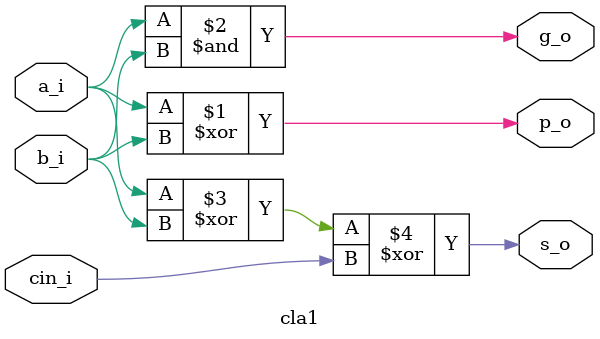
<source format=v>
module cla1
(
input a_i,
input b_i,
input cin_i,
output p_o,
output g_o,
output s_o
);

assign p_o = a_i ^ b_i;
assign g_o = a_i & b_i;
assign s_o = a_i ^ b_i ^ cin_i;

endmodule


</source>
